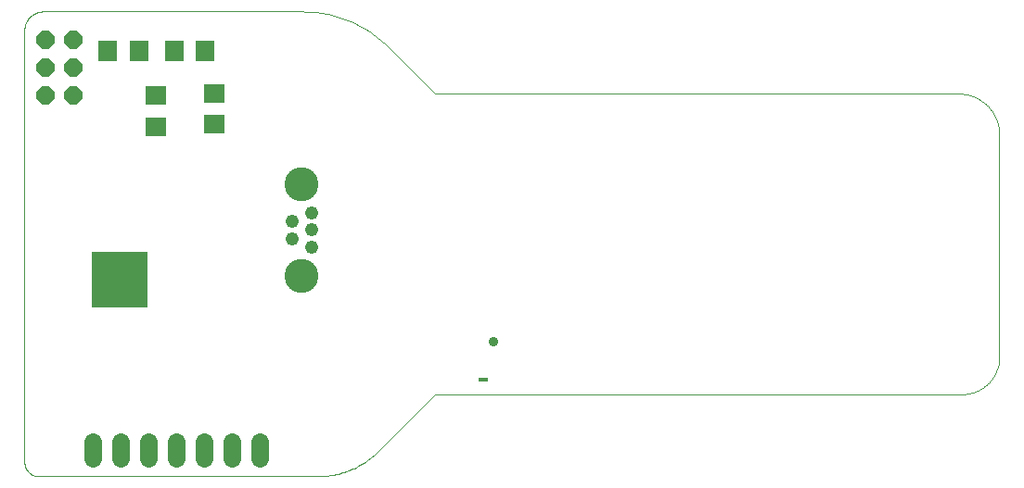
<source format=gts>
G75*
%MOIN*%
%OFA0B0*%
%FSLAX25Y25*%
%IPPOS*%
%LPD*%
%AMOC8*
5,1,8,0,0,1.08239X$1,22.5*
%
%ADD10C,0.00000*%
%ADD11R,0.20085X0.20085*%
%ADD12R,0.06699X0.07498*%
%ADD13OC8,0.06400*%
%ADD14C,0.06400*%
%ADD15C,0.04762*%
%ADD16C,0.12211*%
%ADD17R,0.03353X0.01581*%
%ADD18C,0.03581*%
%ADD19R,0.07498X0.06699*%
%ADD20C,0.06306*%
D10*
X0031261Y0021669D02*
X0131325Y0021669D01*
X0153242Y0030748D02*
X0173691Y0051197D01*
X0362808Y0051197D01*
X0362808Y0051196D02*
X0363138Y0051200D01*
X0363467Y0051212D01*
X0363796Y0051232D01*
X0364124Y0051260D01*
X0364452Y0051295D01*
X0364779Y0051339D01*
X0365104Y0051391D01*
X0365428Y0051450D01*
X0365751Y0051517D01*
X0366072Y0051592D01*
X0366391Y0051675D01*
X0366708Y0051765D01*
X0367023Y0051864D01*
X0367335Y0051969D01*
X0367644Y0052082D01*
X0367951Y0052203D01*
X0368255Y0052331D01*
X0368555Y0052466D01*
X0368853Y0052609D01*
X0369146Y0052758D01*
X0369436Y0052915D01*
X0369722Y0053079D01*
X0370004Y0053249D01*
X0370282Y0053426D01*
X0370556Y0053610D01*
X0370825Y0053801D01*
X0371089Y0053998D01*
X0371349Y0054201D01*
X0371603Y0054410D01*
X0371852Y0054626D01*
X0372096Y0054848D01*
X0372335Y0055075D01*
X0372568Y0055308D01*
X0372795Y0055547D01*
X0373017Y0055791D01*
X0373233Y0056040D01*
X0373442Y0056294D01*
X0373645Y0056554D01*
X0373842Y0056818D01*
X0374033Y0057087D01*
X0374217Y0057361D01*
X0374394Y0057639D01*
X0374564Y0057921D01*
X0374728Y0058207D01*
X0374885Y0058497D01*
X0375034Y0058790D01*
X0375177Y0059088D01*
X0375312Y0059388D01*
X0375440Y0059692D01*
X0375561Y0059999D01*
X0375674Y0060308D01*
X0375779Y0060620D01*
X0375878Y0060935D01*
X0375968Y0061252D01*
X0376051Y0061571D01*
X0376126Y0061892D01*
X0376193Y0062215D01*
X0376252Y0062539D01*
X0376304Y0062864D01*
X0376348Y0063191D01*
X0376383Y0063519D01*
X0376411Y0063847D01*
X0376431Y0064176D01*
X0376443Y0064505D01*
X0376447Y0064835D01*
X0376447Y0144657D01*
X0376443Y0145015D01*
X0376430Y0145372D01*
X0376408Y0145730D01*
X0376378Y0146086D01*
X0376339Y0146442D01*
X0376292Y0146797D01*
X0376236Y0147150D01*
X0376171Y0147502D01*
X0376098Y0147852D01*
X0376017Y0148201D01*
X0375927Y0148547D01*
X0375829Y0148891D01*
X0375722Y0149233D01*
X0375608Y0149572D01*
X0375485Y0149908D01*
X0375354Y0150241D01*
X0375215Y0150571D01*
X0375068Y0150897D01*
X0374913Y0151220D01*
X0374751Y0151539D01*
X0374581Y0151853D01*
X0374403Y0152164D01*
X0374218Y0152470D01*
X0374025Y0152772D01*
X0373826Y0153069D01*
X0373619Y0153361D01*
X0373405Y0153648D01*
X0373184Y0153930D01*
X0372957Y0154206D01*
X0372723Y0154477D01*
X0372482Y0154741D01*
X0372236Y0155001D01*
X0371983Y0155254D01*
X0371723Y0155500D01*
X0371459Y0155741D01*
X0371188Y0155975D01*
X0370912Y0156202D01*
X0370630Y0156423D01*
X0370343Y0156637D01*
X0370051Y0156844D01*
X0369754Y0157043D01*
X0369452Y0157236D01*
X0369146Y0157421D01*
X0368835Y0157599D01*
X0368521Y0157769D01*
X0368202Y0157931D01*
X0367879Y0158086D01*
X0367553Y0158233D01*
X0367223Y0158372D01*
X0366890Y0158503D01*
X0366554Y0158626D01*
X0366215Y0158740D01*
X0365873Y0158847D01*
X0365529Y0158945D01*
X0365183Y0159035D01*
X0364834Y0159116D01*
X0364484Y0159189D01*
X0364132Y0159254D01*
X0363779Y0159310D01*
X0363424Y0159357D01*
X0363068Y0159396D01*
X0362712Y0159426D01*
X0362354Y0159448D01*
X0361997Y0159461D01*
X0361639Y0159465D01*
X0173691Y0159465D01*
X0157002Y0176154D01*
X0126007Y0188992D02*
X0032774Y0188992D01*
X0032612Y0188990D01*
X0032449Y0188984D01*
X0032287Y0188974D01*
X0032125Y0188961D01*
X0031964Y0188943D01*
X0031803Y0188921D01*
X0031642Y0188896D01*
X0031483Y0188867D01*
X0031324Y0188834D01*
X0031166Y0188797D01*
X0031008Y0188756D01*
X0030852Y0188711D01*
X0030697Y0188663D01*
X0030543Y0188611D01*
X0030391Y0188555D01*
X0030240Y0188496D01*
X0030090Y0188433D01*
X0029942Y0188366D01*
X0029795Y0188296D01*
X0029651Y0188222D01*
X0029508Y0188145D01*
X0029367Y0188064D01*
X0029228Y0187980D01*
X0029091Y0187893D01*
X0028956Y0187802D01*
X0028823Y0187708D01*
X0028693Y0187611D01*
X0028565Y0187511D01*
X0028440Y0187408D01*
X0028317Y0187302D01*
X0028197Y0187193D01*
X0028079Y0187081D01*
X0027964Y0186966D01*
X0027852Y0186848D01*
X0027743Y0186728D01*
X0027637Y0186605D01*
X0027534Y0186480D01*
X0027434Y0186352D01*
X0027337Y0186222D01*
X0027243Y0186089D01*
X0027152Y0185954D01*
X0027065Y0185817D01*
X0026981Y0185678D01*
X0026900Y0185537D01*
X0026823Y0185394D01*
X0026749Y0185250D01*
X0026679Y0185103D01*
X0026612Y0184955D01*
X0026549Y0184805D01*
X0026490Y0184654D01*
X0026434Y0184502D01*
X0026382Y0184348D01*
X0026334Y0184193D01*
X0026289Y0184037D01*
X0026248Y0183879D01*
X0026211Y0183721D01*
X0026178Y0183562D01*
X0026149Y0183403D01*
X0026124Y0183242D01*
X0026102Y0183081D01*
X0026084Y0182920D01*
X0026071Y0182758D01*
X0026061Y0182596D01*
X0026055Y0182433D01*
X0026053Y0182271D01*
X0026053Y0026877D01*
X0026055Y0026733D01*
X0026061Y0026590D01*
X0026071Y0026447D01*
X0026085Y0026304D01*
X0026102Y0026162D01*
X0026124Y0026020D01*
X0026150Y0025879D01*
X0026179Y0025738D01*
X0026212Y0025599D01*
X0026250Y0025460D01*
X0026290Y0025322D01*
X0026335Y0025186D01*
X0026384Y0025051D01*
X0026436Y0024917D01*
X0026492Y0024785D01*
X0026551Y0024654D01*
X0026614Y0024525D01*
X0026681Y0024398D01*
X0026751Y0024273D01*
X0026824Y0024150D01*
X0026901Y0024028D01*
X0026981Y0023909D01*
X0027065Y0023793D01*
X0027151Y0023678D01*
X0027241Y0023566D01*
X0027334Y0023457D01*
X0027429Y0023350D01*
X0027528Y0023245D01*
X0027629Y0023144D01*
X0027734Y0023045D01*
X0027841Y0022950D01*
X0027950Y0022857D01*
X0028062Y0022767D01*
X0028177Y0022681D01*
X0028293Y0022597D01*
X0028412Y0022517D01*
X0028534Y0022440D01*
X0028657Y0022367D01*
X0028782Y0022297D01*
X0028909Y0022230D01*
X0029038Y0022167D01*
X0029169Y0022108D01*
X0029301Y0022052D01*
X0029435Y0022000D01*
X0029570Y0021951D01*
X0029706Y0021906D01*
X0029844Y0021866D01*
X0029983Y0021828D01*
X0030122Y0021795D01*
X0030263Y0021766D01*
X0030404Y0021740D01*
X0030546Y0021718D01*
X0030688Y0021701D01*
X0030831Y0021687D01*
X0030974Y0021677D01*
X0031117Y0021671D01*
X0031261Y0021669D01*
X0131325Y0021669D02*
X0132086Y0021678D01*
X0132846Y0021706D01*
X0133605Y0021753D01*
X0134363Y0021818D01*
X0135119Y0021902D01*
X0135873Y0022004D01*
X0136624Y0022125D01*
X0137372Y0022265D01*
X0138116Y0022422D01*
X0138856Y0022598D01*
X0139592Y0022792D01*
X0140323Y0023004D01*
X0141048Y0023233D01*
X0141767Y0023481D01*
X0142480Y0023746D01*
X0143187Y0024028D01*
X0143886Y0024328D01*
X0144577Y0024645D01*
X0145261Y0024979D01*
X0145936Y0025329D01*
X0146603Y0025696D01*
X0147260Y0026079D01*
X0147908Y0026478D01*
X0148545Y0026893D01*
X0149173Y0027323D01*
X0149789Y0027769D01*
X0150395Y0028229D01*
X0150989Y0028705D01*
X0151571Y0029195D01*
X0152141Y0029698D01*
X0152698Y0030216D01*
X0153242Y0030748D01*
X0157001Y0176154D02*
X0156255Y0176883D01*
X0155491Y0177594D01*
X0154711Y0178286D01*
X0153914Y0178960D01*
X0153102Y0179614D01*
X0152275Y0180249D01*
X0151432Y0180864D01*
X0150575Y0181459D01*
X0149704Y0182034D01*
X0148820Y0182587D01*
X0147923Y0183120D01*
X0147013Y0183630D01*
X0146092Y0184119D01*
X0145159Y0184586D01*
X0144215Y0185031D01*
X0143261Y0185453D01*
X0142298Y0185852D01*
X0141325Y0186228D01*
X0140343Y0186581D01*
X0139353Y0186911D01*
X0138356Y0187216D01*
X0137352Y0187498D01*
X0136341Y0187756D01*
X0135324Y0187990D01*
X0134302Y0188200D01*
X0133276Y0188385D01*
X0132245Y0188546D01*
X0131211Y0188682D01*
X0130173Y0188794D01*
X0129134Y0188880D01*
X0128093Y0188942D01*
X0127050Y0188980D01*
X0126007Y0188992D01*
D11*
X0060305Y0092417D03*
D12*
X0056045Y0174819D03*
X0067242Y0174819D03*
X0079904Y0174819D03*
X0091100Y0174819D03*
D13*
X0043652Y0178953D03*
X0033652Y0178953D03*
X0033652Y0168953D03*
X0043652Y0168953D03*
X0043652Y0158953D03*
X0033652Y0158953D03*
D14*
X0050620Y0034276D02*
X0050620Y0028276D01*
X0060620Y0028276D02*
X0060620Y0034276D01*
X0070620Y0034276D02*
X0070620Y0028276D01*
X0080620Y0028276D02*
X0080620Y0034276D01*
X0090620Y0034276D02*
X0090620Y0028276D01*
X0100620Y0028276D02*
X0100620Y0034276D01*
X0110620Y0034276D02*
X0110620Y0028276D01*
D15*
X0129281Y0104031D03*
X0129281Y0110331D03*
X0122195Y0113480D03*
X0129281Y0116630D03*
X0122195Y0107181D03*
D16*
X0125738Y0093795D03*
X0125738Y0126866D03*
D17*
X0190837Y0056610D03*
D18*
X0194616Y0070193D03*
D19*
X0094163Y0148354D03*
X0094163Y0159551D03*
X0073297Y0158764D03*
X0073297Y0147567D03*
D20*
X0064636Y0096374D03*
X0056762Y0096374D03*
X0056762Y0088500D03*
X0064636Y0088500D03*
M02*

</source>
